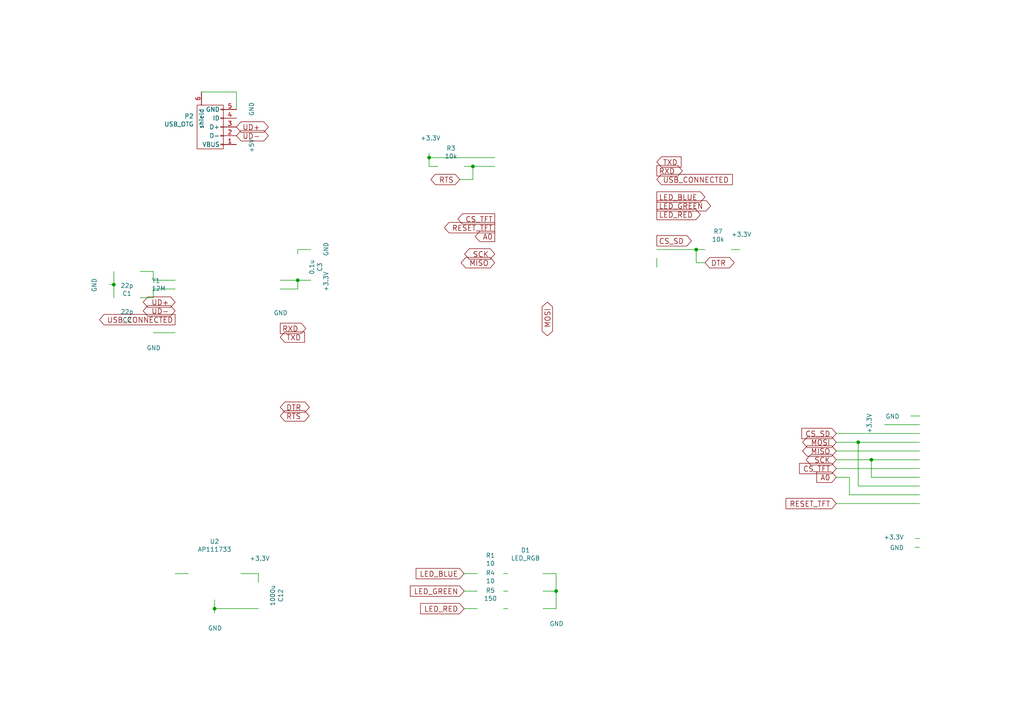
<source format=kicad_sch>
(kicad_sch (version 20230121) (generator eeschema)
  (paper "A4")
  (lib_symbols
    (symbol "valley-rescue:USB_OTG-RESCUE-valley" (pin_names (offset 1.016))
      (property "Reference" "P" (at 8.255 -3.175 0))
      (property "Value" "USB_OTG-RESCUE-valley" (at 0 5.08 0))
      (symbol "USB_OTG-RESCUE-valley_0_1"
        (rectangle (start -6.35 -3.81) (end 6.35 3.81))
        (rectangle (start -5.207 -3.81) (end -4.953 -3.048))
        (rectangle (start -2.667 -3.81) (end -2.413 -3.048))
        (rectangle (start -0.127 -3.81) (end 0.127 -3.048))
        (rectangle (start 2.413 -3.81) (end 2.667 -3.048))
        (rectangle (start 4.953 -3.81) (end 5.207 -3.048))
      )
      (symbol "USB_OTG-RESCUE-valley_1_1"
        (pin power_out line (at -5.08 -7.62 90) (length 3.81) (name "VBUS") (number "1"))
        (pin passive line (at -2.54 -7.62 90) (length 3.81) (name "D-") (number "2"))
        (pin passive line (at 0 -7.62 90) (length 3.81) (name "D+") (number "3"))
        (pin power_in line (at 2.54 -7.62 90) (length 3.81) (name "ID") (number "4"))
        (pin power_in line (at 5.08 -7.62 90) (length 3.81) (name "GND") (number "5"))
        (pin passive line (at 10.16 2.54 180) (length 3.81) (name "shield") (number "6"))
      )
    )
  )
  (junction (at 124.46 45.72))
  (junction (at 201.93 72.39))
  (junction (at 248.92 128.27))
  (junction (at 252.73 133.35))
  (junction (at 137.16 48.26))
  (junction (at 62.23 176.53))
  (junction (at 33.02 82.55))
  (junction (at 86.36 81.28))
  (junction (at 161.29 171.45))
  (wire (pts (xy 242.57 130.81) (xy 266.7 130.81)))
  (wire (pts (xy 161.29 166.37) (xy 161.29 171.45)))
  (wire (pts (xy 58.42 26.67) (xy 68.58 26.67)))
  (wire (pts (xy 157.48 166.37) (xy 161.29 166.37)))
  (wire (pts (xy 190.5 74.93) (xy 190.5 77.47)))
  (wire (pts (xy 33.02 82.55) (xy 31.75 82.55)))
  (wire (pts (xy 201.93 72.39) (xy 204.47 72.39)))
  (wire (pts (xy 86.36 72.39) (xy 90.17 72.39)))
  (wire (pts (xy 133.35 52.07) (xy 137.16 52.07)))
  (wire (pts (xy 264.16 120.65) (xy 266.7 120.65)))
  (wire (pts (xy 33.02 78.74) (xy 33.02 82.55)))
  (wire (pts (xy 248.92 128.27) (xy 248.92 140.97)))
  (wire (pts (xy 69.85 166.37) (xy 74.93 166.37)))
  (wire (pts (xy 74.93 166.37) (xy 74.93 168.91)))
  (wire (pts (xy 44.45 81.28) (xy 44.45 78.74)))
  (wire (pts (xy 44.45 83.82) (xy 44.45 86.36)))
  (wire (pts (xy 147.32 171.45) (xy 146.05 171.45)))
  (wire (pts (xy 62.23 176.53) (xy 62.23 177.8)))
  (wire (pts (xy 86.36 73.66) (xy 86.36 72.39)))
  (wire (pts (xy 265.43 158.75) (xy 266.7 158.75)))
  (wire (pts (xy 190.5 72.39) (xy 201.93 72.39)))
  (wire (pts (xy 246.38 143.51) (xy 246.38 138.43)))
  (wire (pts (xy 242.57 133.35) (xy 252.73 133.35)))
  (wire (pts (xy 44.45 96.52) (xy 50.8 96.52)))
  (wire (pts (xy 134.62 166.37) (xy 138.43 166.37)))
  (wire (pts (xy 252.73 133.35) (xy 266.7 133.35)))
  (wire (pts (xy 242.57 138.43) (xy 246.38 138.43)))
  (wire (pts (xy 146.05 166.37) (xy 147.32 166.37)))
  (wire (pts (xy 50.8 83.82) (xy 44.45 83.82)))
  (wire (pts (xy 252.73 138.43) (xy 252.73 133.35)))
  (wire (pts (xy 256.54 123.19) (xy 266.7 123.19)))
  (wire (pts (xy 248.92 128.27) (xy 266.7 128.27)))
  (wire (pts (xy 68.58 26.67) (xy 68.58 31.75)))
  (wire (pts (xy 86.36 81.28) (xy 90.17 81.28)))
  (wire (pts (xy 242.57 135.89) (xy 266.7 135.89)))
  (wire (pts (xy 124.46 44.45) (xy 124.46 45.72)))
  (wire (pts (xy 86.36 83.82) (xy 86.36 81.28)))
  (wire (pts (xy 137.16 48.26) (xy 143.51 48.26)))
  (wire (pts (xy 212.09 72.39) (xy 214.63 72.39)))
  (wire (pts (xy 161.29 176.53) (xy 157.48 176.53)))
  (wire (pts (xy 124.46 45.72) (xy 143.51 45.72)))
  (wire (pts (xy 266.7 143.51) (xy 246.38 143.51)))
  (wire (pts (xy 124.46 45.72) (xy 124.46 48.26)))
  (wire (pts (xy 137.16 52.07) (xy 137.16 48.26)))
  (wire (pts (xy 201.93 76.2) (xy 201.93 72.39)))
  (wire (pts (xy 204.47 76.2) (xy 201.93 76.2)))
  (wire (pts (xy 242.57 146.05) (xy 266.7 146.05)))
  (wire (pts (xy 74.93 176.53) (xy 62.23 176.53)))
  (wire (pts (xy 157.48 171.45) (xy 161.29 171.45)))
  (wire (pts (xy 266.7 138.43) (xy 252.73 138.43)))
  (wire (pts (xy 248.92 140.97) (xy 266.7 140.97)))
  (wire (pts (xy 134.62 176.53) (xy 138.43 176.53)))
  (wire (pts (xy 33.02 82.55) (xy 33.02 86.36)))
  (wire (pts (xy 50.8 81.28) (xy 44.45 81.28)))
  (wire (pts (xy 242.57 125.73) (xy 266.7 125.73)))
  (wire (pts (xy 265.43 156.21) (xy 266.7 156.21)))
  (wire (pts (xy 146.05 176.53) (xy 147.32 176.53)))
  (wire (pts (xy 242.57 128.27) (xy 248.92 128.27)))
  (wire (pts (xy 81.28 83.82) (xy 86.36 83.82)))
  (wire (pts (xy 62.23 173.99) (xy 62.23 176.53)))
  (wire (pts (xy 161.29 171.45) (xy 161.29 176.53)))
  (wire (pts (xy 50.8 166.37) (xy 54.61 166.37)))
  (wire (pts (xy 44.45 86.36) (xy 40.64 86.36)))
  (wire (pts (xy 134.62 48.26) (xy 137.16 48.26)))
  (wire (pts (xy 138.43 171.45) (xy 134.62 171.45)))
  (wire (pts (xy 81.28 81.28) (xy 86.36 81.28)))
  (wire (pts (xy 44.45 78.74) (xy 40.64 78.74)))
  (wire (pts (xy 124.46 48.26) (xy 127 48.26)))
  (global_label "RESET_TFT" (shape input) (at 242.57 146.05 180) (effects (font (size 1.524 1.524))) (property "Intersheetrefs" "${INTERSHEET_REFS}" (effects hide)))
  (global_label "USB_CONNECTED" (shape input) (at 190.5 52.07 0) (effects (font (size 1.524 1.524))) (property "Intersheetrefs" "${INTERSHEET_REFS}" (effects hide)))
  (global_label "RXD" (shape output) (at 190.5 49.53 0) (effects (font (size 1.524 1.524))) (property "Intersheetrefs" "${INTERSHEET_REFS}" (effects hide)))
  (global_label "LED_RED" (shape input) (at 134.62 176.53 180) (effects (font (size 1.524 1.524))) (property "Intersheetrefs" "${INTERSHEET_REFS}" (effects hide)))
  (global_label "UD-" (shape bidirectional) (at 68.58 39.37 0) (effects (font (size 1.524 1.524))) (property "Intersheetrefs" "${INTERSHEET_REFS}" (effects hide)))
  (global_label "A0" (shape output) (at 143.51 68.58 180) (effects (font (size 1.524 1.524))) (property "Intersheetrefs" "${INTERSHEET_REFS}" (effects hide)))
  (global_label "RTS" (shape bidirectional) (at 133.35 52.07 180) (effects (font (size 1.524 1.524))) (property "Intersheetrefs" "${INTERSHEET_REFS}" (effects hide)))
  (global_label "CS_SD" (shape output) (at 190.5 69.85 0) (effects (font (size 1.524 1.524))) (property "Intersheetrefs" "${INTERSHEET_REFS}" (effects hide)))
  (global_label "UD+" (shape bidirectional) (at 50.8 87.63 180) (effects (font (size 1.524 1.524))) (property "Intersheetrefs" "${INTERSHEET_REFS}" (effects hide)))
  (global_label "MISO" (shape bidirectional) (at 242.57 130.81 180) (effects (font (size 1.524 1.524))) (property "Intersheetrefs" "${INTERSHEET_REFS}" (effects hide)))
  (global_label "CS_TFT" (shape input) (at 242.57 135.89 180) (effects (font (size 1.524 1.524))) (property "Intersheetrefs" "${INTERSHEET_REFS}" (effects hide)))
  (global_label "DTR" (shape bidirectional) (at 81.28 118.11 0) (effects (font (size 1.524 1.524))) (property "Intersheetrefs" "${INTERSHEET_REFS}" (effects hide)))
  (global_label "UD+" (shape bidirectional) (at 68.58 36.83 0) (effects (font (size 1.524 1.524))) (property "Intersheetrefs" "${INTERSHEET_REFS}" (effects hide)))
  (global_label "RTS" (shape bidirectional) (at 81.28 120.65 0) (effects (font (size 1.524 1.524))) (property "Intersheetrefs" "${INTERSHEET_REFS}" (effects hide)))
  (global_label "LED_GREEN" (shape input) (at 134.62 171.45 180) (effects (font (size 1.524 1.524))) (property "Intersheetrefs" "${INTERSHEET_REFS}" (effects hide)))
  (global_label "MOSI" (shape bidirectional) (at 158.75 87.63 270) (effects (font (size 1.524 1.524))) (property "Intersheetrefs" "${INTERSHEET_REFS}" (effects hide)))
  (global_label "CS_TFT" (shape output) (at 143.51 63.5 180) (effects (font (size 1.524 1.524))) (property "Intersheetrefs" "${INTERSHEET_REFS}" (effects hide)))
  (global_label "LED_GREEN" (shape output) (at 190.5 59.69 0) (effects (font (size 1.524 1.524))) (property "Intersheetrefs" "${INTERSHEET_REFS}" (effects hide)))
  (global_label "MOSI" (shape bidirectional) (at 242.57 128.27 180) (effects (font (size 1.524 1.524))) (property "Intersheetrefs" "${INTERSHEET_REFS}" (effects hide)))
  (global_label "UD-" (shape bidirectional) (at 50.8 90.17 180) (effects (font (size 1.524 1.524))) (property "Intersheetrefs" "${INTERSHEET_REFS}" (effects hide)))
  (global_label "RESET_TFT" (shape output) (at 143.51 66.04 180) (effects (font (size 1.524 1.524))) (property "Intersheetrefs" "${INTERSHEET_REFS}" (effects hide)))
  (global_label "SCK" (shape bidirectional) (at 242.57 133.35 180) (effects (font (size 1.524 1.524))) (property "Intersheetrefs" "${INTERSHEET_REFS}" (effects hide)))
  (global_label "LED_BLUE" (shape input) (at 134.62 166.37 180) (effects (font (size 1.524 1.524))) (property "Intersheetrefs" "${INTERSHEET_REFS}" (effects hide)))
  (global_label "DTR" (shape bidirectional) (at 204.47 76.2 0) (effects (font (size 1.524 1.524))) (property "Intersheetrefs" "${INTERSHEET_REFS}" (effects hide)))
  (global_label "LED_BLUE" (shape output) (at 190.5 57.15 0) (effects (font (size 1.524 1.524))) (property "Intersheetrefs" "${INTERSHEET_REFS}" (effects hide)))
  (global_label "RXD" (shape output) (at 81.28 95.25 0) (effects (font (size 1.524 1.524))) (property "Intersheetrefs" "${INTERSHEET_REFS}" (effects hide)))
  (global_label "MISO" (shape bidirectional) (at 143.51 76.2 180) (effects (font (size 1.524 1.524))) (property "Intersheetrefs" "${INTERSHEET_REFS}" (effects hide)))
  (global_label "SCK" (shape bidirectional) (at 143.51 73.66 180) (effects (font (size 1.524 1.524))) (property "Intersheetrefs" "${INTERSHEET_REFS}" (effects hide)))
  (global_label "USB_CONNECTED" (shape output) (at 50.8 92.71 180) (effects (font (size 1.524 1.524))) (property "Intersheetrefs" "${INTERSHEET_REFS}" (effects hide)))
  (global_label "CS_SD" (shape input) (at 242.57 125.73 180) (effects (font (size 1.524 1.524))) (property "Intersheetrefs" "${INTERSHEET_REFS}" (effects hide)))
  (global_label "TXD" (shape input) (at 190.5 46.99 0) (effects (font (size 1.524 1.524))) (property "Intersheetrefs" "${INTERSHEET_REFS}" (effects hide)))
  (global_label "LED_RED" (shape output) (at 190.5 62.23 0) (effects (font (size 1.524 1.524))) (property "Intersheetrefs" "${INTERSHEET_REFS}" (effects hide)))
  (global_label "TXD" (shape input) (at 81.28 97.79 0) (effects (font (size 1.524 1.524))) (property "Intersheetrefs" "${INTERSHEET_REFS}" (effects hide)))
  (global_label "A0" (shape input) (at 242.57 138.43 180) (effects (font (size 1.524 1.524))) (property "Intersheetrefs" "${INTERSHEET_REFS}" (effects hide)))
  (symbol (lib_id "Crystal") (at 40.64 82.55 270) (unit 1)
    (property "Reference" "Y1" (at 43.9674 81.3816 90) (effects (justify left)))
    (property "Value" "12M" (at 43.9674 83.693 90) (effects (justify left)))
    (property "Footprint" "KiCad/Crystals.pretty:Crystal_SMD_HC49-SD_HandSoldering" (effects hide))
  )
  (symbol (lib_id "valley-rescue:USB_OTG-RESCUE-valley") (at 60.96 36.83 90) (unit 1)
    (property "Reference" "P2" (at 56.1848 33.7058 90) (effects (justify left)))
    (property "Value" "USB_OTG" (at 56.1848 36.0172 90) (effects (justify left)))
    (property "Footprint" "coddingtonbear/coddingtonbear.pretty:UJ2-MIBH-4-SMT" (effects hide))
  )
  (symbol (lib_id "CONN_01X16") (at 271.78 139.7 0) (unit 1)
    (property "Reference" "P4" (at 273.7612 138.6586 0) (effects (justify left)))
    (property "Value" "CONN_01X16" (at 273.7612 140.97 0) (effects (justify left)))
    (property "Footprint" "Pin_Headers:Pin_Header_Straight_1x16_Pitch2.54mm" (effects hide))
  )
  (symbol (lib_id "AP111733") (at 62.23 166.37 0) (unit 1)
    (property "Reference" "U2" (at 62.23 157.0482 0))
    (property "Value" "AP111733" (at 62.23 159.3596 0))
    (property "Footprint" "TO_SOT_Packages_SMD:SOT-223" (effects hide))
  )
  (symbol (lib_id "+5V") (at 50.8 166.37 0) (unit 1)
    (property "Reference" "#PWR014" (effects hide))
    (property "Value" "+5V" (at 51.181 161.9758 0))
  )
  (symbol (lib_id "GND") (at 62.23 177.8 0) (unit 1)
    (property "Reference" "#PWR015" (effects hide))
    (property "Value" "GND" (at 62.357 182.1942 0))
  )
  (symbol (lib_id "+3.3V") (at 74.93 166.37 0) (unit 1)
    (property "Reference" "#PWR016" (effects hide))
    (property "Value" "+3.3V" (at 75.311 161.9758 0))
  )
  (symbol (lib_id "LED_RGB") (at 152.4 171.45 180) (unit 1)
    (property "Reference" "D1" (at 152.4 159.5882 0))
    (property "Value" "LED_RGB" (at 152.4 161.8996 0))
    (property "Footprint" "coddingtonbear/coddingtonbear.pretty:SLV6A-FKB-MILLING" (effects hide))
  )
  (symbol (lib_id "GND") (at 161.29 176.53 0) (unit 1)
    (property "Reference" "#PWR017" (effects hide))
    (property "Value" "GND" (at 161.417 180.9242 0))
  )
  (symbol (lib_id "GND") (at 265.43 158.75 270) (unit 1)
    (property "Reference" "#PWR018" (effects hide))
    (property "Value" "GND" (at 262.1788 158.877 90) (effects (justify right)))
  )
  (symbol (lib_id "+3.3V") (at 265.43 156.21 90) (unit 1)
    (property "Reference" "#PWR019" (effects hide))
    (property "Value" "+3.3V" (at 262.1788 155.829 90) (effects (justify left)))
  )
  (symbol (lib_id "GND") (at 264.16 120.65 270) (unit 1)
    (property "Reference" "#PWR020" (effects hide))
    (property "Value" "GND" (at 260.9088 120.777 90) (effects (justify right)))
  )
  (symbol (lib_id "+3.3V") (at 256.54 123.19 90) (unit 1)
    (property "Reference" "#PWR021" (effects hide))
    (property "Value" "+3.3V" (at 252.1458 122.809 0))
  )
  (symbol (lib_id "CP") (at 74.93 172.72 0) (unit 1)
    (property "Reference" "C12" (at 81.407 172.72 90))
    (property "Value" "1000u" (at 79.0956 172.72 90))
    (property "Footprint" "ohdsp/KiCad-Libs/MyKiCadLibs-Footprints.pretty:CAP-SMD-SIZE-F" (effects hide))
  )
  (symbol (lib_id "C") (at 36.83 78.74 90) (unit 1)
    (property "Reference" "C1" (at 36.83 85.1408 90))
    (property "Value" "22p" (at 36.83 82.8294 90))
    (property "Footprint" "coddingtonbear/coddingtonbear.pretty:0805_Milling" (effects hide))
  )
  (symbol (lib_id "C") (at 36.83 86.36 90) (unit 1)
    (property "Reference" "C2" (at 36.83 92.7608 90))
    (property "Value" "22p" (at 36.83 90.4494 90))
    (property "Footprint" "coddingtonbear/coddingtonbear.pretty:0805_Milling" (effects hide))
  )
  (symbol (lib_id "GND") (at 31.75 82.55 270) (unit 1)
    (property "Reference" "#PWR01" (effects hide))
    (property "Value" "GND" (at 27.3558 82.677 0))
  )
  (symbol (lib_id "GND") (at 68.58 31.75 90) (unit 1)
    (property "Reference" "#PWR02" (effects hide))
    (property "Value" "GND" (at 72.9742 31.623 0))
  )
  (symbol (lib_id "+5V") (at 68.58 41.91 270) (unit 1)
    (property "Reference" "#PWR03" (effects hide))
    (property "Value" "+5V" (at 72.9742 42.291 0))
  )
  (symbol (lib_id "GND") (at 143.51 78.74 0) (unit 1)
    (property "Reference" "#PWR08" (effects hide))
    (property "Value" "GND" (at 143.637 83.1342 0))
  )
  (symbol (lib_id "+3.3V") (at 124.46 44.45 0) (unit 1)
    (property "Reference" "#PWR025" (effects hide))
    (property "Value" "+3.3V" (at 124.841 40.0558 0))
  )
  (symbol (lib_id "R") (at 130.81 48.26 270) (unit 1)
    (property "Reference" "R3" (at 130.81 43.0022 90))
    (property "Value" "10k" (at 130.81 45.3136 90))
    (property "Footprint" "coddingtonbear/coddingtonbear.pretty:0805_Milling" (effects hide))
  )
  (symbol (lib_id "R") (at 208.28 72.39 270) (unit 1)
    (property "Reference" "R7" (at 208.28 67.1322 90))
    (property "Value" "10k" (at 208.28 69.4436 90))
    (property "Footprint" "coddingtonbear/coddingtonbear.pretty:0805_Milling" (effects hide))
  )
  (symbol (lib_id "C") (at 86.36 77.47 180) (unit 1)
    (property "Reference" "C3" (at 92.7608 77.47 90))
    (property "Value" "0.1u" (at 90.4494 77.47 90))
    (property "Footprint" "coddingtonbear/coddingtonbear.pretty:0805_Milling" (effects hide))
  )
  (symbol (lib_id "+3.3V") (at 90.17 81.28 270) (unit 1)
    (property "Reference" "#PWR04" (effects hide))
    (property "Value" "+3.3V" (at 94.5642 81.661 0))
  )
  (symbol (lib_id "GND") (at 90.17 72.39 90) (unit 1)
    (property "Reference" "#PWR05" (effects hide))
    (property "Value" "GND" (at 94.5642 72.263 0))
  )
  (symbol (lib_id "GND") (at 81.28 86.36 0) (unit 1)
    (property "Reference" "#PWR026" (effects hide))
    (property "Value" "GND" (at 81.407 90.7542 0))
  )
  (symbol (lib_id "ESP32-WROOM") (at 167.64 60.96 0) (unit 1)
    (property "Reference" "U3" (at 167.005 25.7302 0) (effects (font (size 1.524 1.524))))
    (property "Value" "ESP32-WROOM" (at 167.005 28.4226 0) (effects (font (size 1.524 1.524))))
    (property "Footprint" "adamjvr/ESP32-kiCAD-Footprints/ESP32-Footprints/ESP32-footprints-Lib.pretty:ESP32-WROOM" (effects hide))
  )
  (symbol (lib_id "GND") (at 156.21 87.63 0) (unit 1)
    (property "Reference" "#PWR06" (effects hide))
    (property "Value" "GND" (at 156.337 92.0242 0))
  )
  (symbol (lib_id "+3.3V") (at 214.63 72.39 0) (unit 1)
    (property "Reference" "#PWR010" (effects hide))
    (property "Value" "+3.3V" (at 215.011 67.9958 0))
  )
  (symbol (lib_id "GND") (at 190.5 77.47 0) (unit 1)
    (property "Reference" "#PWR011" (effects hide))
    (property "Value" "GND" (at 190.627 81.8642 0))
  )
  (symbol (lib_id "R") (at 142.24 166.37 270) (unit 1)
    (property "Reference" "R1" (at 142.24 161.1122 90))
    (property "Value" "10" (at 142.24 163.4236 90))
    (property "Footprint" "coddingtonbear/coddingtonbear.pretty:0805_Milling" (effects hide))
  )
  (symbol (lib_id "R") (at 142.24 171.45 270) (unit 1)
    (property "Reference" "R4" (at 142.24 166.1922 90))
    (property "Value" "10" (at 142.24 168.5036 90))
    (property "Footprint" "coddingtonbear/coddingtonbear.pretty:0805_Milling" (effects hide))
  )
  (symbol (lib_id "R") (at 142.24 176.53 270) (unit 1)
    (property "Reference" "R5" (at 142.24 171.2722 90))
    (property "Value" "150" (at 142.24 173.5836 90))
    (property "Footprint" "coddingtonbear/coddingtonbear.pretty:0805_Milling" (effects hide))
  )
  (symbol (lib_id "CH341A") (at 66.04 95.25 0) (unit 1)
    (property "Reference" "U1" (at 66.04 73.9902 0) (effects (font (size 1.524 1.524))))
    (property "Value" "CH341A" (at 66.04 76.6826 0) (effects (font (size 1.524 1.524))))
    (property "Footprint" "KiCad/Housings_SOIC.pretty:SOIC-28W_7.5x17.9mm_Pitch1.27mm" (effects hide))
  )
  (symbol (lib_id "GND") (at 44.45 96.52 0) (unit 1)
    (property "Reference" "#PWR07" (effects hide))
    (property "Value" "GND" (at 44.577 100.9142 0))
  )
)
</source>
